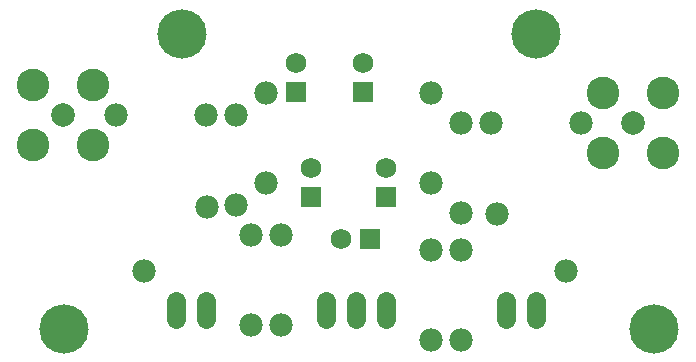
<source format=gbs>
G75*
%MOIN*%
%OFA0B0*%
%FSLAX25Y25*%
%IPPOS*%
%LPD*%
%AMOC8*
5,1,8,0,0,1.08239X$1,22.5*
%
%ADD10R,0.06900X0.06900*%
%ADD11C,0.06900*%
%ADD12C,0.07800*%
%ADD13C,0.07900*%
%ADD14C,0.10900*%
%ADD15C,0.06337*%
%ADD16C,0.16400*%
D10*
X0101600Y0059179D03*
X0121521Y0045350D03*
X0126600Y0059179D03*
X0119100Y0094179D03*
X0096600Y0094179D03*
D11*
X0096600Y0104021D03*
X0119100Y0104021D03*
X0126600Y0069021D03*
X0101600Y0069021D03*
X0111679Y0045350D03*
D12*
X0091600Y0046600D03*
X0081600Y0046600D03*
X0067207Y0055957D03*
X0076600Y0056600D03*
X0086600Y0064100D03*
X0076600Y0086600D03*
X0066600Y0086600D03*
X0086600Y0094100D03*
X0036600Y0086600D03*
X0045993Y0034743D03*
X0081600Y0016600D03*
X0091600Y0016600D03*
X0141600Y0011600D03*
X0151600Y0011600D03*
X0186857Y0034478D03*
X0163843Y0053722D03*
X0151600Y0054100D03*
X0141600Y0064100D03*
X0151600Y0084100D03*
X0161600Y0084100D03*
X0141600Y0094100D03*
X0191600Y0084100D03*
X0151600Y0041600D03*
X0141600Y0041600D03*
D13*
X0209100Y0084100D03*
X0019100Y0086600D03*
D14*
X0009061Y0076561D03*
X0029139Y0076561D03*
X0029139Y0096639D03*
X0009061Y0096639D03*
X0199061Y0094139D03*
X0219139Y0094139D03*
X0219139Y0074061D03*
X0199061Y0074061D03*
D15*
X0176600Y0024569D02*
X0176600Y0018631D01*
X0166600Y0018631D02*
X0166600Y0024569D01*
X0126600Y0024569D02*
X0126600Y0018631D01*
X0116600Y0018631D02*
X0116600Y0024569D01*
X0106600Y0024569D02*
X0106600Y0018631D01*
X0066600Y0018631D02*
X0066600Y0024569D01*
X0056600Y0024569D02*
X0056600Y0018631D01*
D16*
X0019317Y0015380D03*
X0058687Y0113805D03*
X0176797Y0113805D03*
X0216167Y0015380D03*
M02*

</source>
